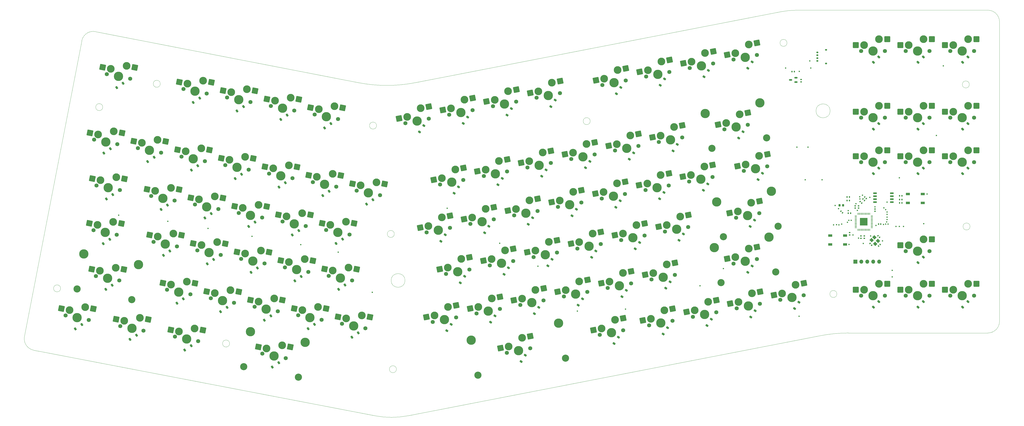
<source format=gbr>
%TF.GenerationSoftware,KiCad,Pcbnew,8.0.4*%
%TF.CreationDate,2024-08-17T15:03:33+09:00*%
%TF.ProjectId,ttaelgam,74746165-6c67-4616-9d2e-6b696361645f,rev?*%
%TF.SameCoordinates,Original*%
%TF.FileFunction,Soldermask,Bot*%
%TF.FilePolarity,Negative*%
%FSLAX46Y46*%
G04 Gerber Fmt 4.6, Leading zero omitted, Abs format (unit mm)*
G04 Created by KiCad (PCBNEW 8.0.4) date 2024-08-17 15:03:33*
%MOMM*%
%LPD*%
G01*
G04 APERTURE LIST*
G04 Aperture macros list*
%AMRoundRect*
0 Rectangle with rounded corners*
0 $1 Rounding radius*
0 $2 $3 $4 $5 $6 $7 $8 $9 X,Y pos of 4 corners*
0 Add a 4 corners polygon primitive as box body*
4,1,4,$2,$3,$4,$5,$6,$7,$8,$9,$2,$3,0*
0 Add four circle primitives for the rounded corners*
1,1,$1+$1,$2,$3*
1,1,$1+$1,$4,$5*
1,1,$1+$1,$6,$7*
1,1,$1+$1,$8,$9*
0 Add four rect primitives between the rounded corners*
20,1,$1+$1,$2,$3,$4,$5,0*
20,1,$1+$1,$4,$5,$6,$7,0*
20,1,$1+$1,$6,$7,$8,$9,0*
20,1,$1+$1,$8,$9,$2,$3,0*%
%AMRotRect*
0 Rectangle, with rotation*
0 The origin of the aperture is its center*
0 $1 length*
0 $2 width*
0 $3 Rotation angle, in degrees counterclockwise*
0 Add horizontal line*
21,1,$1,$2,0,0,$3*%
G04 Aperture macros list end*
%ADD10C,3.048000*%
%ADD11C,3.987800*%
%ADD12C,1.750000*%
%ADD13C,3.300000*%
%ADD14RoundRect,0.250000X1.196977X0.786048X-0.815359X1.177206X-1.196977X-0.786048X0.815359X-1.177206X0*%
%ADD15RoundRect,0.225000X0.106066X-0.424264X0.424264X-0.106066X-0.106066X0.424264X-0.424264X0.106066X0*%
%ADD16RoundRect,0.225000X0.185071X-0.396231X0.436707X-0.023164X-0.185071X0.396231X-0.436707X0.023164X0*%
%ADD17RoundRect,0.225000X0.023164X-0.436707X0.396231X-0.185071X-0.023164X0.436707X-0.396231X0.185071X0*%
%ADD18RoundRect,0.140000X0.170000X-0.140000X0.170000X0.140000X-0.170000X0.140000X-0.170000X-0.140000X0*%
%ADD19RoundRect,0.250000X0.815359X1.177206X-1.196977X0.786048X-0.815359X-1.177206X1.196977X-0.786048X0*%
%ADD20RoundRect,0.140000X0.219203X0.021213X0.021213X0.219203X-0.219203X-0.021213X-0.021213X-0.219203X0*%
%ADD21RoundRect,0.135000X-0.135000X-0.185000X0.135000X-0.185000X0.135000X0.185000X-0.135000X0.185000X0*%
%ADD22RoundRect,0.150000X0.650000X0.150000X-0.650000X0.150000X-0.650000X-0.150000X0.650000X-0.150000X0*%
%ADD23RoundRect,0.140000X0.140000X0.170000X-0.140000X0.170000X-0.140000X-0.170000X0.140000X-0.170000X0*%
%ADD24RoundRect,0.135000X0.135000X0.185000X-0.135000X0.185000X-0.135000X-0.185000X0.135000X-0.185000X0*%
%ADD25RoundRect,0.250000X1.025000X1.000000X-1.025000X1.000000X-1.025000X-1.000000X1.025000X-1.000000X0*%
%ADD26RoundRect,0.140000X-0.170000X0.140000X-0.170000X-0.140000X0.170000X-0.140000X0.170000X0.140000X0*%
%ADD27RoundRect,0.135000X-0.185000X0.135000X-0.185000X-0.135000X0.185000X-0.135000X0.185000X0.135000X0*%
%ADD28RoundRect,0.140000X-0.140000X-0.170000X0.140000X-0.170000X0.140000X0.170000X-0.140000X0.170000X0*%
%ADD29R,1.700000X1.700000*%
%ADD30O,1.700000X1.700000*%
%ADD31RoundRect,0.140000X-0.021213X0.219203X-0.219203X0.021213X0.021213X-0.219203X0.219203X-0.021213X0*%
%ADD32R,1.700000X1.000000*%
%ADD33RotRect,1.400000X1.200000X135.000000*%
%ADD34RoundRect,0.150000X-0.275000X0.150000X-0.275000X-0.150000X0.275000X-0.150000X0.275000X0.150000X0*%
%ADD35RoundRect,0.175000X-0.225000X0.175000X-0.225000X-0.175000X0.225000X-0.175000X0.225000X0.175000X0*%
%ADD36RoundRect,0.050000X0.387500X0.050000X-0.387500X0.050000X-0.387500X-0.050000X0.387500X-0.050000X0*%
%ADD37RoundRect,0.050000X0.050000X0.387500X-0.050000X0.387500X-0.050000X-0.387500X0.050000X-0.387500X0*%
%ADD38R,3.200000X3.200000*%
%ADD39RoundRect,0.225000X0.225000X0.250000X-0.225000X0.250000X-0.225000X-0.250000X0.225000X-0.250000X0*%
%ADD40RoundRect,0.135000X0.226274X0.035355X0.035355X0.226274X-0.226274X-0.035355X-0.035355X-0.226274X0*%
%ADD41RoundRect,0.150000X0.512500X0.150000X-0.512500X0.150000X-0.512500X-0.150000X0.512500X-0.150000X0*%
%ADD42C,0.600000*%
%TA.AperFunction,Profile*%
%ADD43C,0.050000*%
%TD*%
G04 APERTURE END LIST*
D10*
%TO.C,S63*%
X423623821Y-226170754D03*
D11*
X420715892Y-211210756D03*
D10*
X400248824Y-230714392D03*
D11*
X397340895Y-215754395D03*
%TD*%
D10*
%TO.C,S82*%
X332718655Y-282654035D03*
D11*
X329810726Y-267694036D03*
D10*
X295318659Y-289923857D03*
D11*
X292410730Y-274963859D03*
%TD*%
D10*
%TO.C,S30*%
X418691498Y-188316394D03*
D11*
X415783569Y-173356396D03*
D10*
X395316501Y-192860032D03*
D11*
X392408572Y-177900035D03*
%TD*%
D10*
%TO.C,S81*%
X218591636Y-290832583D03*
D11*
X221499565Y-275872586D03*
D10*
X195216639Y-286288945D03*
D11*
X198124568Y-271328947D03*
%TD*%
D10*
%TO.C,S76*%
X422583732Y-245779479D03*
D11*
X419675803Y-230819481D03*
D10*
X399208735Y-250323117D03*
D11*
X396300806Y-235363120D03*
%TD*%
D10*
%TO.C,S64*%
X147426556Y-257592940D03*
D11*
X150334485Y-242632943D03*
D10*
X124051559Y-253049302D03*
D11*
X126959488Y-238089304D03*
%TD*%
D12*
%TO.C,MX52*%
X166730933Y-234823044D03*
D11*
X161744267Y-233853734D03*
D12*
X156757601Y-232884424D03*
D13*
X158488922Y-230633419D03*
D14*
X155004146Y-229956047D03*
X168691686Y-230029095D03*
D13*
X165206910Y-229351723D03*
%TD*%
D15*
%TO.C,D88*%
X464319491Y-260791339D03*
X466652943Y-258457887D03*
%TD*%
D16*
%TO.C,D7*%
X289090418Y-182208004D03*
X290935754Y-179472180D03*
%TD*%
D12*
%TO.C,MX2*%
X179453123Y-169373051D03*
D11*
X174466457Y-168403741D03*
D12*
X169479791Y-167434431D03*
D13*
X171211112Y-165183426D03*
D14*
X167726336Y-164506054D03*
X181413876Y-164579102D03*
D13*
X177929100Y-163901730D03*
%TD*%
D12*
%TO.C,MX55*%
X222830927Y-245727778D03*
D11*
X217844261Y-244758468D03*
D12*
X212857595Y-243789158D03*
D13*
X214588916Y-241538153D03*
D14*
X211104140Y-240860781D03*
X224791680Y-240933829D03*
D13*
X221306904Y-240256457D03*
%TD*%
D15*
%TO.C,D33*%
X502419491Y-184591339D03*
X504752943Y-182257887D03*
%TD*%
D17*
%TO.C,D5*%
X229792983Y-184083405D03*
X232528807Y-182238069D03*
%TD*%
D12*
%TO.C,MX18*%
X159975758Y-194696864D03*
D11*
X154989092Y-193727554D03*
D12*
X150002426Y-192758244D03*
D13*
X151733747Y-190507239D03*
D14*
X148248971Y-189829867D03*
X161936511Y-189902915D03*
D13*
X158451735Y-189225543D03*
%TD*%
D18*
%TO.C,C3*%
X458009740Y-218445260D03*
X458009740Y-217485260D03*
%TD*%
D12*
%TO.C,MX24*%
X289107879Y-206389162D03*
D11*
X284121213Y-207358472D03*
D12*
X279134547Y-208327782D03*
D13*
X279896559Y-205592121D03*
D19*
X276411782Y-206269493D03*
X289130013Y-201209779D03*
D13*
X285645236Y-201887151D03*
%TD*%
D20*
%TO.C,C6*%
X466927686Y-230937945D03*
X466248864Y-230259123D03*
%TD*%
D12*
%TO.C,MX69*%
X247246012Y-269880143D03*
D11*
X242259346Y-268910833D03*
D12*
X237272680Y-267941523D03*
D13*
X239004001Y-265690518D03*
D14*
X235519225Y-265013146D03*
X249206765Y-265086194D03*
D13*
X245721989Y-264408822D03*
%TD*%
D12*
%TO.C,MX66*%
X191146019Y-258975408D03*
D11*
X186159353Y-258006098D03*
D12*
X181172687Y-257036788D03*
D13*
X182904008Y-254785783D03*
D14*
X179419232Y-254108411D03*
X193106772Y-254181459D03*
D13*
X189621996Y-253504087D03*
%TD*%
D17*
%TO.C,D55*%
X217070793Y-249533398D03*
X219806617Y-247688062D03*
%TD*%
D16*
%TO.C,D83*%
X353494926Y-276425078D03*
X355340262Y-273689254D03*
%TD*%
D20*
%TO.C,C11*%
X459349151Y-216329671D03*
X458670329Y-215650849D03*
%TD*%
D16*
%TO.C,D43*%
X335577693Y-221688176D03*
X337423029Y-218952352D03*
%TD*%
%TO.C,D70*%
X282072522Y-270901634D03*
X283917858Y-268165810D03*
%TD*%
D21*
%TO.C,R5*%
X475519221Y-214759737D03*
X476539219Y-214759737D03*
%TD*%
D16*
%TO.C,D42*%
X316877695Y-225323087D03*
X318723031Y-222587263D03*
%TD*%
D12*
%TO.C,MX84*%
X378447515Y-266649508D03*
D11*
X373460849Y-267618818D03*
D12*
X368474183Y-268588128D03*
D13*
X369236195Y-265852467D03*
D19*
X365751418Y-266529839D03*
X378469649Y-261470125D03*
D13*
X374984872Y-262147497D03*
%TD*%
D12*
%TO.C,MX58*%
X310402700Y-241062974D03*
D11*
X305416034Y-242032284D03*
D12*
X300429368Y-243001594D03*
D13*
X301191380Y-240265933D03*
D19*
X297706603Y-240943305D03*
X310424834Y-235883591D03*
D13*
X306940057Y-236560963D03*
%TD*%
D16*
%TO.C,D60*%
X343887603Y-239479446D03*
X345732939Y-236743622D03*
%TD*%
D12*
%TO.C,MX64*%
X142058524Y-249433766D03*
D11*
X137071858Y-248464456D03*
D12*
X132085192Y-247495146D03*
D13*
X133816513Y-245244141D03*
D14*
X130331737Y-244566769D03*
X144019277Y-244639817D03*
D13*
X140534501Y-243962445D03*
%TD*%
D12*
%TO.C,MX78*%
X129073614Y-266316308D03*
D11*
X124086948Y-265346998D03*
D12*
X119100282Y-264377688D03*
D13*
X120831603Y-262126683D03*
D14*
X117346827Y-261449311D03*
X131034367Y-261522359D03*
D13*
X127549591Y-260844987D03*
%TD*%
D12*
%TO.C,MX73*%
X342087608Y-254310605D03*
D11*
X337100942Y-255279915D03*
D12*
X332114276Y-256249225D03*
D13*
X332876288Y-253513564D03*
D19*
X329391511Y-254190936D03*
X342109742Y-249131222D03*
D13*
X338624965Y-249808594D03*
%TD*%
D22*
%TO.C,U4*%
X472234740Y-212085260D03*
X472234740Y-213355260D03*
X472234740Y-214625260D03*
X472234740Y-215895260D03*
X465034740Y-215895260D03*
X465034740Y-214625260D03*
X465034740Y-213355260D03*
X465034740Y-212085260D03*
%TD*%
D16*
%TO.C,D26*%
X322592782Y-204805634D03*
X324438118Y-202069810D03*
%TD*%
D12*
%TO.C,MX61*%
X366502693Y-230158240D03*
D11*
X361516027Y-231127550D03*
D12*
X356529361Y-232096860D03*
D13*
X357291373Y-229361199D03*
D19*
X353806596Y-230038571D03*
X366524827Y-224978857D03*
D13*
X363040050Y-225656229D03*
%TD*%
D16*
%TO.C,D11*%
X373240409Y-165850903D03*
X375085745Y-163115079D03*
%TD*%
D23*
%TO.C,C9*%
X454564740Y-220615260D03*
X453604740Y-220615260D03*
%TD*%
D12*
%TO.C,MX63*%
X415590188Y-220616598D03*
D11*
X410603522Y-221585908D03*
D12*
X405616856Y-222555218D03*
D13*
X406378868Y-219819557D03*
D19*
X402894091Y-220496929D03*
X415612322Y-215437215D03*
D13*
X412127545Y-216114587D03*
%TD*%
D24*
%TO.C,R7*%
X454094739Y-213640260D03*
X453074741Y-213640260D03*
%TD*%
D16*
%TO.C,D40*%
X279477699Y-232592910D03*
X281323035Y-229857086D03*
%TD*%
D20*
%TO.C,C13*%
X451149151Y-220435722D03*
X450470329Y-219756900D03*
%TD*%
D12*
%TO.C,MX89*%
X488297648Y-255956553D03*
D11*
X483217648Y-255956553D03*
D12*
X478137648Y-255956553D03*
D13*
X479407648Y-253416553D03*
D25*
X475857648Y-253416553D03*
X489307648Y-250876553D03*
D13*
X485757648Y-250876553D03*
%TD*%
D12*
%TO.C,MX22*%
X234775749Y-209236510D03*
D11*
X229789083Y-208267200D03*
D12*
X224802417Y-207297890D03*
D13*
X226533738Y-205046885D03*
D14*
X223048962Y-204369513D03*
X236736502Y-204442561D03*
D13*
X233251726Y-203765189D03*
%TD*%
D12*
%TO.C,MX44*%
X358192782Y-212366970D03*
D11*
X353206116Y-213336280D03*
D12*
X348219450Y-214305590D03*
D13*
X348981462Y-211569929D03*
D19*
X345496685Y-212247301D03*
X358214916Y-207187587D03*
D13*
X354730139Y-207864959D03*
%TD*%
D12*
%TO.C,MX67*%
X209846016Y-262610320D03*
D11*
X204859350Y-261641010D03*
D12*
X199872684Y-260671700D03*
D13*
X201604005Y-258420695D03*
D14*
X198119229Y-257743323D03*
X211806769Y-257816371D03*
D13*
X208321993Y-257138999D03*
%TD*%
D16*
%TO.C,D44*%
X354277690Y-218053265D03*
X356123026Y-215317441D03*
%TD*%
D26*
%TO.C,C16*%
X458984740Y-230385260D03*
X458984740Y-231345260D03*
%TD*%
D17*
%TO.C,D66*%
X185385885Y-262781029D03*
X188121709Y-260935693D03*
%TD*%
%TO.C,D78*%
X123313480Y-270121929D03*
X126049304Y-268276593D03*
%TD*%
D15*
%TO.C,D32*%
X483369491Y-184591339D03*
X485702943Y-182257887D03*
%TD*%
D12*
%TO.C,MX74*%
X360787606Y-250675694D03*
D11*
X355800940Y-251645004D03*
D12*
X350814274Y-252614314D03*
D13*
X351576286Y-249878653D03*
D19*
X348091509Y-250556025D03*
X360809740Y-245496311D03*
D13*
X357324963Y-246173683D03*
%TD*%
D16*
%TO.C,D72*%
X319472518Y-263631811D03*
X321317854Y-260895987D03*
%TD*%
%TO.C,D61*%
X362587601Y-235844535D03*
X364432937Y-233108711D03*
%TD*%
%TO.C,D57*%
X287787610Y-250384180D03*
X289632946Y-247648356D03*
%TD*%
D24*
%TO.C,R3*%
X476539219Y-213159737D03*
X475519221Y-213159737D03*
%TD*%
D17*
%TO.C,D23*%
X247715613Y-216677041D03*
X250451437Y-214831705D03*
%TD*%
%TO.C,D54*%
X198370795Y-245898487D03*
X201106619Y-244053151D03*
%TD*%
D12*
%TO.C,MX36*%
X184390843Y-218849229D03*
D11*
X179404177Y-217879919D03*
D12*
X174417511Y-216910609D03*
D13*
X176148832Y-214659604D03*
D14*
X172664056Y-213982232D03*
X186351596Y-214055280D03*
D13*
X182866820Y-213377908D03*
%TD*%
D12*
%TO.C,MX39*%
X240490836Y-229753963D03*
D11*
X235504170Y-228784653D03*
D12*
X230517504Y-227815343D03*
D13*
X232248825Y-225564338D03*
D14*
X228764049Y-224886966D03*
X242451589Y-224960014D03*
D13*
X238966813Y-224282642D03*
%TD*%
D12*
%TO.C,MX88*%
X469247648Y-255956553D03*
D11*
X464167648Y-255956553D03*
D12*
X459087648Y-255956553D03*
D13*
X460357648Y-253416553D03*
D25*
X456807648Y-253416553D03*
X470257648Y-250876553D03*
D13*
X466707648Y-250876553D03*
%TD*%
D16*
%TO.C,D76*%
X410635007Y-245911618D03*
X412480343Y-243175794D03*
%TD*%
D17*
%TO.C,D36*%
X178630709Y-222654850D03*
X181366533Y-220809514D03*
%TD*%
D12*
%TO.C,MX19*%
X178675755Y-198331776D03*
D11*
X173689089Y-197362466D03*
D12*
X168702423Y-196393156D03*
D13*
X170433744Y-194142151D03*
D14*
X166948968Y-193464779D03*
X180636508Y-193537827D03*
D13*
X177151732Y-192860455D03*
%TD*%
D15*
%TO.C,D31*%
X464319491Y-184591339D03*
X466652943Y-182257887D03*
%TD*%
D17*
%TO.C,D17*%
X135515626Y-194867573D03*
X138251450Y-193022237D03*
%TD*%
D16*
%TO.C,D12*%
X391940407Y-162215992D03*
X393785743Y-159480168D03*
%TD*%
D12*
%TO.C,MX3*%
X198153121Y-173007963D03*
D11*
X193166455Y-172038653D03*
D12*
X188179789Y-171069343D03*
D13*
X189911110Y-168818338D03*
D14*
X186426334Y-168140966D03*
X200113874Y-168214014D03*
D13*
X196629098Y-167536642D03*
%TD*%
D12*
%TO.C,MX71*%
X304687612Y-261580428D03*
D11*
X299700946Y-262549738D03*
D12*
X294714280Y-263519048D03*
D13*
X295476292Y-260783387D03*
D19*
X291991515Y-261460759D03*
X304709746Y-256401045D03*
D13*
X301224969Y-257078417D03*
%TD*%
D27*
%TO.C,R4*%
X454159740Y-228930261D03*
X454159740Y-229950259D03*
%TD*%
D12*
%TO.C,MX27*%
X345207872Y-195484428D03*
D11*
X340221206Y-196453738D03*
D12*
X335234540Y-197423048D03*
D13*
X335996552Y-194687387D03*
D19*
X332511775Y-195364759D03*
X345230006Y-190305045D03*
D13*
X341745229Y-190982417D03*
%TD*%
D12*
%TO.C,MX5*%
X235553116Y-180277785D03*
D11*
X230566450Y-179308475D03*
D12*
X225579784Y-178339165D03*
D13*
X227311105Y-176088160D03*
D14*
X223826329Y-175410788D03*
X237513869Y-175483836D03*
D13*
X234029093Y-174806464D03*
%TD*%
D12*
%TO.C,MX76*%
X414550099Y-240225323D03*
D11*
X409563433Y-241194633D03*
D12*
X404576767Y-242163943D03*
D13*
X405338779Y-239428282D03*
D19*
X401854002Y-240105654D03*
X414572233Y-235045940D03*
D13*
X411087456Y-235723312D03*
%TD*%
D12*
%TO.C,MX9*%
X330405506Y-169251887D03*
D11*
X325418840Y-170221197D03*
D12*
X320432174Y-171190507D03*
D13*
X321194186Y-168454846D03*
D19*
X317709409Y-169132218D03*
X330427640Y-164072504D03*
D13*
X326942863Y-164749876D03*
%TD*%
D12*
%TO.C,MX13*%
X414555496Y-152894786D03*
D11*
X409568830Y-153864096D03*
D12*
X404582164Y-154833406D03*
D13*
X405344176Y-152097745D03*
D19*
X401859399Y-152775117D03*
X414577630Y-147715403D03*
D13*
X411092853Y-148392775D03*
%TD*%
D16*
%TO.C,D74*%
X356872514Y-256361988D03*
X358717850Y-253626164D03*
%TD*%
D12*
%TO.C,MX21*%
X216075751Y-205601598D03*
D11*
X211089085Y-204632288D03*
D12*
X206102419Y-203662978D03*
D13*
X207833740Y-201411973D03*
D14*
X204348964Y-200734601D03*
X218036504Y-200807649D03*
D13*
X214551728Y-200130277D03*
%TD*%
D12*
%TO.C,MX33*%
X507347648Y-179756553D03*
D11*
X502267648Y-179756553D03*
D12*
X497187648Y-179756553D03*
D13*
X498457648Y-177216553D03*
D25*
X494907648Y-177216553D03*
X508357648Y-174676553D03*
D13*
X504807648Y-174676553D03*
%TD*%
D18*
%TO.C,C2*%
X433409740Y-164376311D03*
X433409740Y-163416311D03*
%TD*%
D16*
%TO.C,D59*%
X325187606Y-243114357D03*
X327032942Y-240378533D03*
%TD*%
D12*
%TO.C,MX26*%
X326507874Y-199119339D03*
D11*
X321521208Y-200088649D03*
D12*
X316534542Y-201057959D03*
D13*
X317296554Y-198322298D03*
D19*
X313811777Y-198999670D03*
X326530008Y-193939956D03*
D13*
X323045231Y-194617328D03*
%TD*%
D12*
%TO.C,MX12*%
X395855499Y-156529697D03*
D11*
X390868833Y-157499007D03*
D12*
X385882167Y-158468317D03*
D13*
X386644179Y-155732656D03*
D19*
X383159402Y-156410028D03*
X395877633Y-151350314D03*
D13*
X392392856Y-152027686D03*
%TD*%
D17*
%TO.C,D38*%
X216030705Y-229924672D03*
X218766529Y-228079336D03*
%TD*%
D12*
%TO.C,MX16*%
X507347648Y-151181553D03*
D11*
X502267648Y-151181553D03*
D12*
X497187648Y-151181553D03*
D13*
X498457648Y-148641553D03*
D25*
X494907648Y-148641553D03*
X508357648Y-146101553D03*
D13*
X504807648Y-146101553D03*
%TD*%
D12*
%TO.C,MX34*%
X142315848Y-210670679D03*
D11*
X137329182Y-209701369D03*
D12*
X132342516Y-208732059D03*
D13*
X134073837Y-206481054D03*
D14*
X130589061Y-205803682D03*
X144276601Y-205876730D03*
D13*
X140791825Y-205199358D03*
%TD*%
D17*
%TO.C,D53*%
X179670797Y-242263575D03*
X182406621Y-240418239D03*
%TD*%
%TO.C,D56*%
X235770791Y-253168309D03*
X238506615Y-251322973D03*
%TD*%
D21*
%TO.C,R8*%
X453074741Y-215227760D03*
X454094739Y-215227760D03*
%TD*%
D12*
%TO.C,MX40*%
X283392791Y-226906616D03*
D11*
X278406125Y-227875926D03*
D12*
X273419459Y-228845236D03*
D13*
X274181471Y-226109575D03*
D19*
X270696694Y-226786947D03*
X283414925Y-221727233D03*
D13*
X279930148Y-222404605D03*
%TD*%
D12*
%TO.C,MX82*%
X317672522Y-278462970D03*
D11*
X312685856Y-279432280D03*
D12*
X307699190Y-280401590D03*
D13*
X308461202Y-277665929D03*
D19*
X304976425Y-278343301D03*
X317694656Y-273283587D03*
D13*
X314209879Y-273960959D03*
%TD*%
D17*
%TO.C,D2*%
X173692989Y-173178671D03*
X176428813Y-171333335D03*
%TD*%
%TO.C,D22*%
X229015615Y-213042130D03*
X231751439Y-211196794D03*
%TD*%
D16*
%TO.C,D29*%
X378692776Y-193900900D03*
X380538112Y-191165076D03*
%TD*%
D12*
%TO.C,MX43*%
X339492785Y-216001881D03*
D11*
X334506119Y-216971191D03*
D12*
X329519453Y-217940501D03*
D13*
X330281465Y-215204840D03*
D19*
X326796688Y-215882212D03*
X339514919Y-210822498D03*
D13*
X336030142Y-211499870D03*
%TD*%
D17*
%TO.C,D67*%
X204085883Y-266415940D03*
X206821707Y-264570604D03*
%TD*%
D12*
%TO.C,MX30*%
X410657865Y-182762238D03*
D11*
X405671199Y-183731548D03*
D12*
X400684533Y-184700858D03*
D13*
X401446545Y-181965197D03*
D19*
X397961768Y-182642569D03*
X410679999Y-177582855D03*
D13*
X407195222Y-178260227D03*
%TD*%
D18*
%TO.C,C14*%
X456509740Y-218445260D03*
X456509740Y-217485260D03*
%TD*%
D16*
%TO.C,D47*%
X415052683Y-206239803D03*
X416898019Y-203503979D03*
%TD*%
D12*
%TO.C,MX7*%
X293005510Y-176521710D03*
D11*
X288018844Y-177491020D03*
D12*
X283032178Y-178460330D03*
D13*
X283794190Y-175724669D03*
D19*
X280309413Y-176402041D03*
X293027644Y-171342327D03*
D13*
X289542867Y-172019699D03*
%TD*%
D15*
%TO.C,D50*%
X502419491Y-203641339D03*
X504752943Y-201307887D03*
%TD*%
D16*
%TO.C,D45*%
X372977688Y-214418353D03*
X374823024Y-211682529D03*
%TD*%
D12*
%TO.C,MX68*%
X228546014Y-266245231D03*
D11*
X223559348Y-265275921D03*
D12*
X218572682Y-264306611D03*
D13*
X220304003Y-262055606D03*
D14*
X216819227Y-261378234D03*
X230506767Y-261451282D03*
D13*
X227021991Y-260773910D03*
%TD*%
D12*
%TO.C,MX17*%
X141275760Y-191061953D03*
D11*
X136289094Y-190092643D03*
D12*
X131302428Y-189123333D03*
D13*
X133033749Y-186872328D03*
D14*
X129548973Y-186194956D03*
X143236513Y-186268004D03*
D13*
X139751737Y-185590632D03*
%TD*%
D16*
%TO.C,D46*%
X391677686Y-210783442D03*
X393523022Y-208047618D03*
%TD*%
D17*
%TO.C,D51*%
X135258302Y-233630661D03*
X137994126Y-231785325D03*
%TD*%
%TO.C,D52*%
X160970799Y-238628664D03*
X163706623Y-236783328D03*
%TD*%
%TO.C,D65*%
X166685887Y-259146117D03*
X169421711Y-257300781D03*
%TD*%
D12*
%TO.C,MX35*%
X165690845Y-215214318D03*
D11*
X160704179Y-214245008D03*
D12*
X155717513Y-213275698D03*
D13*
X157448834Y-211024693D03*
D14*
X153964058Y-210347321D03*
X167651598Y-210420369D03*
D13*
X164166822Y-209742997D03*
%TD*%
D12*
%TO.C,MX4*%
X216853119Y-176642874D03*
D11*
X211866453Y-175673564D03*
D12*
X206879787Y-174704254D03*
D13*
X208611108Y-172453249D03*
D14*
X205126332Y-171775877D03*
X218813872Y-171848925D03*
D13*
X215329096Y-171171553D03*
%TD*%
D12*
%TO.C,MX8*%
X311705508Y-172886798D03*
D11*
X306718842Y-173856108D03*
D12*
X301732176Y-174825418D03*
D13*
X302494188Y-172089757D03*
D19*
X299009411Y-172767129D03*
X311727642Y-167707415D03*
D13*
X308242865Y-168384787D03*
%TD*%
D17*
%TO.C,D19*%
X172915622Y-202137396D03*
X175651446Y-200292060D03*
%TD*%
D16*
%TO.C,D84*%
X374532423Y-272335803D03*
X376377759Y-269599979D03*
%TD*%
D12*
%TO.C,MX1*%
X146728127Y-163011956D03*
D11*
X141741461Y-162042646D03*
D12*
X136754795Y-161073336D03*
D13*
X138486116Y-158822331D03*
D14*
X135001340Y-158144959D03*
X148688880Y-158218007D03*
D13*
X145204104Y-157540635D03*
%TD*%
D28*
%TO.C,C1*%
X429568107Y-159980390D03*
X430528107Y-159980390D03*
%TD*%
D12*
%TO.C,MX49*%
X488297648Y-198806553D03*
D11*
X483217648Y-198806553D03*
D12*
X478137648Y-198806553D03*
D13*
X479407648Y-196266553D03*
D25*
X475857648Y-196266553D03*
X489307648Y-193726553D03*
D13*
X485757648Y-193726553D03*
%TD*%
D29*
%TO.C,J3*%
X456634740Y-241390260D03*
D30*
X459174740Y-241390260D03*
X461714739Y-241390260D03*
X464254740Y-241390260D03*
X466794740Y-241390260D03*
%TD*%
D12*
%TO.C,MX83*%
X357410018Y-270738783D03*
D11*
X352423352Y-271708093D03*
D12*
X347436686Y-272677403D03*
D13*
X348198698Y-269941742D03*
D19*
X344713921Y-270619114D03*
X357432152Y-265559400D03*
D13*
X353947375Y-266236772D03*
%TD*%
D12*
%TO.C,MX48*%
X469247648Y-198806553D03*
D11*
X464167648Y-198806553D03*
D12*
X459087648Y-198806553D03*
D13*
X460357648Y-196266553D03*
D25*
X456807648Y-196266553D03*
X470257648Y-193726553D03*
D13*
X466707648Y-193726553D03*
%TD*%
D28*
%TO.C,C12*%
X466529740Y-225290260D03*
X467489740Y-225290260D03*
%TD*%
D12*
%TO.C,MX62*%
X385202691Y-226523329D03*
D11*
X380216025Y-227492639D03*
D12*
X375229359Y-228461949D03*
D13*
X375991371Y-225726288D03*
D19*
X372506594Y-226403660D03*
X385224825Y-221343946D03*
D13*
X381740048Y-222021318D03*
%TD*%
D17*
%TO.C,D35*%
X159930711Y-219019938D03*
X162666535Y-217174602D03*
%TD*%
D12*
%TO.C,MX75*%
X379487603Y-247040782D03*
D11*
X374500937Y-248010092D03*
D12*
X369514271Y-248979402D03*
D13*
X370276283Y-246243741D03*
D19*
X366791506Y-246921113D03*
X379509737Y-241861399D03*
D13*
X376024960Y-242538771D03*
%TD*%
D12*
%TO.C,MX25*%
X307807876Y-202754251D03*
D11*
X302821210Y-203723561D03*
D12*
X297834544Y-204692871D03*
D13*
X298596556Y-201957210D03*
D19*
X295111779Y-202634582D03*
X307830010Y-197574868D03*
D13*
X304345233Y-198252240D03*
%TD*%
D31*
%TO.C,C7*%
X467188427Y-233998104D03*
X466509605Y-234676926D03*
%TD*%
D20*
%TO.C,C4*%
X460499151Y-215179671D03*
X459820329Y-214500849D03*
%TD*%
D17*
%TO.C,D80*%
X170063475Y-279209207D03*
X172799299Y-277363871D03*
%TD*%
D16*
%TO.C,D30*%
X406742773Y-188448533D03*
X408588109Y-185712709D03*
%TD*%
%TO.C,D87*%
X430632417Y-261431068D03*
X432477753Y-258695244D03*
%TD*%
D15*
%TO.C,D15*%
X483369491Y-156016339D03*
X485702943Y-153682887D03*
%TD*%
D12*
%TO.C,MX32*%
X488297648Y-179756553D03*
D11*
X483217648Y-179756553D03*
D12*
X478137648Y-179756553D03*
D13*
X479407648Y-177216553D03*
D25*
X475857648Y-177216553D03*
X489307648Y-174676553D03*
D13*
X485757648Y-174676553D03*
%TD*%
D12*
%TO.C,MX15*%
X488297648Y-151181553D03*
D11*
X483217648Y-151181553D03*
D12*
X478137648Y-151181553D03*
D13*
X479407648Y-148641553D03*
D25*
X475857648Y-148641553D03*
X489307648Y-146101553D03*
D13*
X485757648Y-146101553D03*
%TD*%
D16*
%TO.C,D10*%
X354540411Y-169485814D03*
X356385747Y-166749990D03*
%TD*%
%TO.C,D8*%
X307790416Y-178573093D03*
X309635752Y-175837269D03*
%TD*%
D12*
%TO.C,MX41*%
X302092789Y-223271704D03*
D11*
X297106123Y-224241014D03*
D12*
X292119457Y-225210324D03*
D13*
X292881469Y-222474663D03*
D19*
X289396692Y-223152035D03*
X302114923Y-218092321D03*
D13*
X298630146Y-218769693D03*
%TD*%
D12*
%TO.C,MX86*%
X415847511Y-259379685D03*
D11*
X410860845Y-260348995D03*
D12*
X405874179Y-261318305D03*
D13*
X406636191Y-258582644D03*
D19*
X403151414Y-259260016D03*
X415869645Y-254200302D03*
D13*
X412384868Y-254877674D03*
%TD*%
D12*
%TO.C,MX60*%
X347802695Y-233793151D03*
D11*
X342816029Y-234762461D03*
D12*
X337829363Y-235731771D03*
D13*
X338591375Y-232996110D03*
D19*
X335106598Y-233673482D03*
X347824829Y-228613768D03*
D13*
X344340052Y-229291140D03*
%TD*%
D16*
%TO.C,D58*%
X306487608Y-246749269D03*
X308332944Y-244013445D03*
%TD*%
%TO.C,D27*%
X341292780Y-201170722D03*
X343138116Y-198434898D03*
%TD*%
D17*
%TO.C,D21*%
X210315617Y-209407219D03*
X213051441Y-207561883D03*
%TD*%
D16*
%TO.C,D85*%
X393232421Y-268700891D03*
X395077757Y-265965067D03*
%TD*%
D24*
%TO.C,R6*%
X476539219Y-216232882D03*
X475519221Y-216232882D03*
%TD*%
D16*
%TO.C,D75*%
X375572512Y-252727077D03*
X377417848Y-249991253D03*
%TD*%
D12*
%TO.C,MX10*%
X358455503Y-163799520D03*
D11*
X353468837Y-164768830D03*
D12*
X348482171Y-165738140D03*
D13*
X349244183Y-163002479D03*
D19*
X345759406Y-163679851D03*
X358477637Y-158620137D03*
D13*
X354992860Y-159297509D03*
%TD*%
D16*
%TO.C,D13*%
X410640404Y-158581080D03*
X412485740Y-155845256D03*
%TD*%
%TO.C,D73*%
X338172516Y-259996900D03*
X340017852Y-257261076D03*
%TD*%
%TO.C,D6*%
X270390421Y-185842915D03*
X272235757Y-183107091D03*
%TD*%
D12*
%TO.C,MX81*%
X213223604Y-282673409D03*
D11*
X208236938Y-281704099D03*
D12*
X203250272Y-280734789D03*
D13*
X204981593Y-278483784D03*
D14*
X201496817Y-277806412D03*
X215184357Y-277879460D03*
D13*
X211699581Y-277202088D03*
%TD*%
D18*
%TO.C,C10*%
X465009740Y-219776311D03*
X465009740Y-218816311D03*
%TD*%
D15*
%TO.C,D77*%
X483369491Y-241741339D03*
X485702943Y-239407887D03*
%TD*%
D12*
%TO.C,MX65*%
X172446021Y-255340497D03*
D11*
X167459355Y-254371187D03*
D12*
X162472689Y-253401877D03*
D13*
X164204010Y-251150872D03*
D14*
X160719234Y-250473500D03*
X174406774Y-250546548D03*
D13*
X170921998Y-249869176D03*
%TD*%
D32*
%TO.C,BOOT1*%
X485369479Y-212386571D03*
X479069481Y-212386571D03*
X485369479Y-216186571D03*
X479069481Y-216186571D03*
%TD*%
D16*
%TO.C,D82*%
X313757430Y-284149264D03*
X315602766Y-281413440D03*
%TD*%
D12*
%TO.C,MX14*%
X469247648Y-151181553D03*
D11*
X464167648Y-151181553D03*
D12*
X459087648Y-151181553D03*
D13*
X460357648Y-148641553D03*
D25*
X456807648Y-148641553D03*
X470257648Y-146101553D03*
D13*
X466707648Y-146101553D03*
%TD*%
D16*
%TO.C,D86*%
X411932419Y-265065980D03*
X413777755Y-262330156D03*
%TD*%
D12*
%TO.C,MX38*%
X221790839Y-226119052D03*
D11*
X216804173Y-225149742D03*
D12*
X211817507Y-224180432D03*
D13*
X213548828Y-221929427D03*
D14*
X210064052Y-221252055D03*
X223751592Y-221325103D03*
D13*
X220266816Y-220647731D03*
%TD*%
D12*
%TO.C,MX46*%
X395592778Y-205097147D03*
D11*
X390606112Y-206066457D03*
D12*
X385619446Y-207035767D03*
D13*
X386381458Y-204300106D03*
D19*
X382896681Y-204977478D03*
X395614912Y-199917764D03*
D13*
X392130135Y-200595136D03*
%TD*%
D16*
%TO.C,D62*%
X381287599Y-232209623D03*
X383132935Y-229473799D03*
%TD*%
D12*
%TO.C,MX53*%
X185430931Y-238457955D03*
D11*
X180444265Y-237488645D03*
D12*
X175457599Y-236519335D03*
D13*
X177188920Y-234268330D03*
D14*
X173704144Y-233590958D03*
X187391684Y-233664006D03*
D13*
X183906908Y-232986634D03*
%TD*%
D12*
%TO.C,MX29*%
X382607868Y-188214605D03*
D11*
X377621202Y-189183915D03*
D12*
X372634536Y-190153225D03*
D13*
X373396548Y-187417564D03*
D19*
X369911771Y-188094936D03*
X382630002Y-183035222D03*
D13*
X379145225Y-183712594D03*
%TD*%
D15*
%TO.C,D16*%
X502419491Y-156016339D03*
X504752943Y-153682887D03*
%TD*%
D12*
%TO.C,MX23*%
X253475747Y-212871421D03*
D11*
X248489081Y-211902111D03*
D12*
X243502415Y-210932801D03*
D13*
X245233736Y-208681796D03*
D14*
X241748960Y-208004424D03*
X255436500Y-208077472D03*
D13*
X251951724Y-207400100D03*
%TD*%
D33*
%TO.C,Y1*%
X465111517Y-233694118D03*
X463555882Y-232138483D03*
X464757963Y-230936402D03*
X466313598Y-232492037D03*
%TD*%
D12*
%TO.C,MX31*%
X469247648Y-179756553D03*
D11*
X464167648Y-179756553D03*
D12*
X459087648Y-179756553D03*
D13*
X460357648Y-177216553D03*
D25*
X456807648Y-177216553D03*
X470257648Y-174676553D03*
D13*
X466707648Y-174676553D03*
%TD*%
D16*
%TO.C,D28*%
X359992778Y-197535811D03*
X361838114Y-194799987D03*
%TD*%
%TO.C,D24*%
X285192787Y-212075457D03*
X287038123Y-209339633D03*
%TD*%
D12*
%TO.C,MX37*%
X203090841Y-222484141D03*
D11*
X198104175Y-221514831D03*
D12*
X193117509Y-220545521D03*
D13*
X194848830Y-218294516D03*
D14*
X191364054Y-217617144D03*
X205051594Y-217690192D03*
D13*
X201566818Y-217012820D03*
%TD*%
D12*
%TO.C,MX42*%
X320792787Y-219636793D03*
D11*
X315806121Y-220606103D03*
D12*
X310819455Y-221575413D03*
D13*
X311581467Y-218839752D03*
D19*
X308096690Y-219517124D03*
X320814921Y-214457410D03*
D13*
X317330144Y-215134782D03*
%TD*%
D34*
%TO.C,J4*%
X440334740Y-151796311D03*
X440334740Y-152996311D03*
X440334740Y-154196311D03*
X440334740Y-155396311D03*
D35*
X444109740Y-150646311D03*
X444109740Y-156546311D03*
%TD*%
D12*
%TO.C,MX90*%
X507347648Y-255956553D03*
D11*
X502267648Y-255956553D03*
D12*
X497187648Y-255956553D03*
D13*
X498457648Y-253416553D03*
D25*
X494907648Y-253416553D03*
X508357648Y-250876553D03*
D13*
X504807648Y-250876553D03*
%TD*%
D20*
%TO.C,C5*%
X461299151Y-214379671D03*
X460620329Y-213700849D03*
%TD*%
D12*
%TO.C,MX45*%
X376892780Y-208732059D03*
D11*
X371906114Y-209701369D03*
D12*
X366919448Y-210670679D03*
D13*
X367681460Y-207935018D03*
D19*
X364196683Y-208612390D03*
X376914914Y-203552676D03*
D13*
X373430137Y-204230048D03*
%TD*%
D17*
%TO.C,D37*%
X197330707Y-226289761D03*
X200066531Y-224444425D03*
%TD*%
D16*
%TO.C,D63*%
X411675096Y-226302892D03*
X413520432Y-223567068D03*
%TD*%
D15*
%TO.C,D14*%
X464319491Y-156016339D03*
X466652943Y-153682887D03*
%TD*%
D17*
%TO.C,D1*%
X140967993Y-166817576D03*
X143703817Y-164972240D03*
%TD*%
D36*
%TO.C,U2*%
X463656980Y-221686571D03*
X463656980Y-222086571D03*
X463656980Y-222486571D03*
X463656980Y-222886571D03*
X463656980Y-223286571D03*
X463656980Y-223686571D03*
X463656980Y-224086571D03*
X463656980Y-224486571D03*
X463656980Y-224886571D03*
X463656980Y-225286571D03*
X463656980Y-225686571D03*
X463656980Y-226086571D03*
X463656980Y-226486571D03*
X463656980Y-226886571D03*
D37*
X462819480Y-227724071D03*
X462419480Y-227724071D03*
X462019480Y-227724071D03*
X461619480Y-227724071D03*
X461219480Y-227724071D03*
X460819480Y-227724071D03*
X460419480Y-227724071D03*
X460019480Y-227724071D03*
X459619480Y-227724071D03*
X459219480Y-227724071D03*
X458819480Y-227724071D03*
X458419480Y-227724071D03*
X458019480Y-227724071D03*
X457619480Y-227724071D03*
D36*
X456781980Y-226886571D03*
X456781980Y-226486571D03*
X456781980Y-226086571D03*
X456781980Y-225686571D03*
X456781980Y-225286571D03*
X456781980Y-224886571D03*
X456781980Y-224486571D03*
X456781980Y-224086571D03*
X456781980Y-223686571D03*
X456781980Y-223286571D03*
X456781980Y-222886571D03*
X456781980Y-222486571D03*
X456781980Y-222086571D03*
X456781980Y-221686571D03*
D37*
X457619480Y-220849071D03*
X458019480Y-220849071D03*
X458419480Y-220849071D03*
X458819480Y-220849071D03*
X459219480Y-220849071D03*
X459619480Y-220849071D03*
X460019480Y-220849071D03*
X460419480Y-220849071D03*
X460819480Y-220849071D03*
X461219480Y-220849071D03*
X461619480Y-220849071D03*
X462019480Y-220849071D03*
X462419480Y-220849071D03*
X462819480Y-220849071D03*
D38*
X460219480Y-224286571D03*
%TD*%
D12*
%TO.C,MX20*%
X197375753Y-201966687D03*
D11*
X192389087Y-200997377D03*
D12*
X187402421Y-200028067D03*
D13*
X189133742Y-197777062D03*
D14*
X185648966Y-197099690D03*
X199336506Y-197172738D03*
D13*
X195851730Y-196495366D03*
%TD*%
D15*
%TO.C,D49*%
X483369491Y-203641339D03*
X485702943Y-201307887D03*
%TD*%
D12*
%TO.C,MX85*%
X397147513Y-263014597D03*
D11*
X392160847Y-263983907D03*
D12*
X387174181Y-264953217D03*
D13*
X387936193Y-262217556D03*
D19*
X384451416Y-262894928D03*
X397169647Y-257835214D03*
D13*
X393684870Y-258512586D03*
%TD*%
D17*
%TO.C,D4*%
X211092985Y-180448494D03*
X213828809Y-178603158D03*
%TD*%
D16*
%TO.C,D41*%
X298177697Y-228957999D03*
X300023033Y-226222175D03*
%TD*%
D39*
%TO.C,C8*%
X451384740Y-217215260D03*
X449834740Y-217215260D03*
%TD*%
D17*
%TO.C,D69*%
X241485878Y-273685763D03*
X244221702Y-271840427D03*
%TD*%
D15*
%TO.C,D90*%
X502419491Y-260791339D03*
X504752943Y-258457887D03*
%TD*%
D17*
%TO.C,D3*%
X192392987Y-176813583D03*
X195128811Y-174968247D03*
%TD*%
D12*
%TO.C,MX50*%
X507347648Y-198806553D03*
D11*
X502267648Y-198806553D03*
D12*
X497187648Y-198806553D03*
D13*
X498457648Y-196266553D03*
D25*
X494907648Y-196266553D03*
X508357648Y-193726553D03*
D13*
X504807648Y-193726553D03*
%TD*%
D12*
%TO.C,MX54*%
X204130929Y-242092866D03*
D11*
X199144263Y-241123556D03*
D12*
X194157597Y-240154246D03*
D13*
X195888918Y-237903241D03*
D14*
X192404142Y-237225869D03*
X206091682Y-237298917D03*
D13*
X202606906Y-236621545D03*
%TD*%
D17*
%TO.C,D68*%
X222785881Y-270050851D03*
X225521705Y-268205515D03*
%TD*%
D12*
%TO.C,MX11*%
X377155501Y-160164608D03*
D11*
X372168835Y-161133918D03*
D12*
X367182169Y-162103228D03*
D13*
X367944181Y-159367567D03*
D19*
X364459404Y-160044939D03*
X377177635Y-154985225D03*
D13*
X373692858Y-155662597D03*
%TD*%
D12*
%TO.C,MX80*%
X175823609Y-275403587D03*
D11*
X170836943Y-274434277D03*
D12*
X165850277Y-273464967D03*
D13*
X167581598Y-271213962D03*
D14*
X164096822Y-270536590D03*
X177784362Y-270609638D03*
D13*
X174299586Y-269932266D03*
%TD*%
D12*
%TO.C,MX28*%
X363907870Y-191849517D03*
D11*
X358921204Y-192818827D03*
D12*
X353934538Y-193788137D03*
D13*
X354696550Y-191052476D03*
D19*
X351211773Y-191729848D03*
X363930004Y-186670134D03*
D13*
X360445227Y-187347506D03*
%TD*%
D32*
%TO.C,RST1*%
X445884741Y-233990260D03*
X452184739Y-233990260D03*
X445884741Y-230190260D03*
X452184739Y-230190260D03*
%TD*%
D12*
%TO.C,MX57*%
X291702702Y-244697886D03*
D11*
X286716036Y-245667196D03*
D12*
X281729370Y-246636506D03*
D13*
X282491382Y-243900845D03*
D19*
X279006605Y-244578217D03*
X291724836Y-239518503D03*
D13*
X288240059Y-240195875D03*
%TD*%
D17*
%TO.C,D64*%
X136298391Y-253239386D03*
X139034215Y-251394050D03*
%TD*%
D12*
%TO.C,MX59*%
X329102698Y-237428063D03*
D11*
X324116032Y-238397373D03*
D12*
X319129366Y-239366683D03*
D13*
X319891378Y-236631022D03*
D19*
X316406601Y-237308394D03*
X329124832Y-232248680D03*
D13*
X325640055Y-232926052D03*
%TD*%
D40*
%TO.C,R9*%
X463588429Y-234325000D03*
X462867181Y-233603752D03*
%TD*%
D15*
%TO.C,D48*%
X464319491Y-203641339D03*
X466652943Y-201307887D03*
%TD*%
D12*
%TO.C,MX47*%
X418967775Y-200553508D03*
D11*
X413981109Y-201522818D03*
D12*
X408994443Y-202492128D03*
D13*
X409756455Y-199756467D03*
D19*
X406271678Y-200433839D03*
X418989909Y-195374125D03*
D13*
X415505132Y-196051497D03*
%TD*%
D12*
%TO.C,MX6*%
X274305513Y-180156621D03*
D11*
X269318847Y-181125931D03*
D12*
X264332181Y-182095241D03*
D13*
X265094193Y-179359580D03*
D19*
X261609416Y-180036952D03*
X274327647Y-174977238D03*
D13*
X270842870Y-175654610D03*
%TD*%
D26*
%TO.C,C15*%
X460459740Y-230360260D03*
X460459740Y-231320260D03*
%TD*%
D12*
%TO.C,MX79*%
X152448611Y-270859948D03*
D11*
X147461945Y-269890638D03*
D12*
X142475279Y-268921328D03*
D13*
X144206600Y-266670323D03*
D14*
X140721824Y-265992951D03*
X154409364Y-266065999D03*
D13*
X150924588Y-265388627D03*
%TD*%
D16*
%TO.C,D25*%
X303892784Y-208440545D03*
X305738120Y-205704721D03*
%TD*%
D17*
%TO.C,D34*%
X136555714Y-214476299D03*
X139291538Y-212630963D03*
%TD*%
D15*
%TO.C,D89*%
X483369491Y-260791339D03*
X485702943Y-258457887D03*
%TD*%
D12*
%TO.C,MX56*%
X241530925Y-249362689D03*
D11*
X236544259Y-248393379D03*
D12*
X231557593Y-247424069D03*
D13*
X233288914Y-245173064D03*
D14*
X229804138Y-244495692D03*
X243491678Y-244568740D03*
D13*
X240006902Y-243891368D03*
%TD*%
D17*
%TO.C,D79*%
X146688478Y-274665568D03*
X149424302Y-272820232D03*
%TD*%
D16*
%TO.C,D9*%
X326490414Y-174938181D03*
X328335750Y-172202357D03*
%TD*%
D12*
%TO.C,MX70*%
X285987614Y-265215339D03*
D11*
X281000948Y-266184649D03*
D12*
X276014282Y-267153959D03*
D13*
X276776294Y-264418298D03*
D19*
X273291517Y-265095670D03*
X286009748Y-260035956D03*
D13*
X282524971Y-260713328D03*
%TD*%
D12*
%TO.C,MX77*%
X488297648Y-236906553D03*
D11*
X483217648Y-236906553D03*
D12*
X478137648Y-236906553D03*
D13*
X479407648Y-234366553D03*
D25*
X475857648Y-234366553D03*
X489307648Y-231826553D03*
D13*
X485757648Y-231826553D03*
%TD*%
D12*
%TO.C,MX72*%
X323387610Y-257945516D03*
D11*
X318400944Y-258914826D03*
D12*
X313414278Y-259884136D03*
D13*
X314176290Y-257148475D03*
D19*
X310691513Y-257825847D03*
X323409744Y-252766133D03*
D13*
X319924967Y-253443505D03*
%TD*%
D17*
%TO.C,D81*%
X207463471Y-286479030D03*
X210199295Y-284633694D03*
%TD*%
%TO.C,D20*%
X191615620Y-205772307D03*
X194351444Y-203926971D03*
%TD*%
D16*
%TO.C,D71*%
X300772520Y-267266722D03*
X302617856Y-264530898D03*
%TD*%
D17*
%TO.C,D39*%
X234730703Y-233559584D03*
X237466527Y-231714248D03*
%TD*%
D12*
%TO.C,MX51*%
X141018436Y-229825040D03*
D11*
X136031770Y-228855730D03*
D12*
X131045104Y-227886420D03*
D13*
X132776425Y-225635415D03*
D14*
X129291649Y-224958043D03*
X142979189Y-225031091D03*
D13*
X139494413Y-224353719D03*
%TD*%
D41*
%TO.C,U1*%
X431191006Y-162602275D03*
X431191006Y-164502273D03*
X428916006Y-163552274D03*
%TD*%
D12*
%TO.C,MX87*%
X434547509Y-255744774D03*
D11*
X429560843Y-256714084D03*
D12*
X424574177Y-257683394D03*
D13*
X425336189Y-254947733D03*
D19*
X421851412Y-255625105D03*
X434569643Y-250565391D03*
D13*
X431084866Y-251242763D03*
%TD*%
D17*
%TO.C,D18*%
X154215624Y-198502485D03*
X156951448Y-196657149D03*
%TD*%
D42*
X487282183Y-212382268D03*
X448009740Y-217296311D03*
X468658261Y-225446311D03*
X468184740Y-232490260D03*
X453609740Y-219496311D03*
X449395526Y-218682097D03*
X459019480Y-225486571D03*
X437109740Y-155396311D03*
X461419480Y-225486571D03*
X460219460Y-224286581D03*
X432628506Y-159939774D03*
X459992629Y-233595167D03*
X461419480Y-223086571D03*
X458484740Y-213615260D03*
X456834740Y-216565260D03*
X463159740Y-230319244D03*
X470209740Y-215896311D03*
X465009740Y-217896311D03*
X453909740Y-234015260D03*
X459019480Y-223086571D03*
X459682648Y-212940260D03*
X455619480Y-229886571D03*
X458534740Y-214515260D03*
X462809740Y-213840260D03*
X457509740Y-219465260D03*
X457934740Y-231315260D03*
X494209740Y-157496311D03*
X477209740Y-226296311D03*
X437609740Y-158496311D03*
X426809740Y-158496311D03*
X431609740Y-192296311D03*
X491209740Y-187296311D03*
X436409740Y-192296311D03*
X475409740Y-226296311D03*
X474009740Y-226296311D03*
X475409740Y-205496311D03*
X442409740Y-206296311D03*
X435209740Y-206296311D03*
X472409740Y-247896311D03*
X472409740Y-245096311D03*
X454809740Y-223696311D03*
X141809740Y-221496311D03*
X453809740Y-223696311D03*
X162809740Y-224096311D03*
X453209740Y-224496311D03*
X180009740Y-227096311D03*
X450809740Y-225296311D03*
X198809740Y-230496311D03*
X219609740Y-234096311D03*
X449573864Y-225615030D03*
X468809740Y-218296311D03*
X282209740Y-218496311D03*
X469609740Y-219096311D03*
X304609740Y-233496311D03*
X470209740Y-220096311D03*
X321009740Y-243296311D03*
X470209740Y-221096311D03*
X337809740Y-262496311D03*
X470209740Y-222296311D03*
X358409740Y-261696311D03*
X470209740Y-223296311D03*
X390209740Y-251696311D03*
X400209740Y-244296311D03*
X470009740Y-224296311D03*
X432609740Y-264696311D03*
X465409740Y-225896311D03*
X469609740Y-225296311D03*
X470609740Y-225296311D03*
X485809740Y-225096311D03*
X235609740Y-237296311D03*
X448609740Y-225496311D03*
X250209740Y-254496311D03*
X447332442Y-225573609D03*
D43*
X518209740Y-265496311D02*
X518209740Y-266896311D01*
X259609740Y-229496311D02*
G75*
G02*
X256609740Y-229496311I-1500000J0D01*
G01*
X256609740Y-229496311D02*
G75*
G02*
X259609740Y-229496311I1500000J0D01*
G01*
X265437832Y-307329325D02*
G75*
G02*
X251379039Y-307342807I-7064232J36319425D01*
G01*
X135009740Y-175196311D02*
G75*
G02*
X132009740Y-175196311I-1500000J0D01*
G01*
X132009740Y-175196311D02*
G75*
G02*
X135009740Y-175196311I1500000J0D01*
G01*
X126058534Y-146810875D02*
G75*
G02*
X131923193Y-142853234I4908866J-950125D01*
G01*
X518209740Y-141696311D02*
X518209740Y-265496311D01*
X513209740Y-133696311D02*
G75*
G02*
X518209689Y-138696311I-40J-4999989D01*
G01*
X108809740Y-279896311D02*
X105509757Y-279252412D01*
X268442894Y-164756920D02*
G75*
G02*
X244377335Y-164753073I-12022894J61842120D01*
G01*
X448709740Y-255196311D02*
G75*
G02*
X445709740Y-255196311I-1500000J0D01*
G01*
X445709740Y-255196311D02*
G75*
G02*
X448709740Y-255196311I1500000J0D01*
G01*
X159609740Y-165196311D02*
G75*
G02*
X156609740Y-165196311I-1500000J0D01*
G01*
X156609740Y-165196311D02*
G75*
G02*
X159609740Y-165196311I1500000J0D01*
G01*
X441651426Y-273055222D02*
X265437832Y-307329325D01*
X431773007Y-133696311D02*
X513209740Y-133696311D01*
X424711961Y-134376322D02*
X268442894Y-164756920D01*
X424711961Y-134376322D02*
G75*
G02*
X431773007Y-133696313I7061039J-36319978D01*
G01*
X518209740Y-266896311D02*
G75*
G02*
X513209740Y-271896340I-5000040J11D01*
G01*
X505609740Y-226296311D02*
G75*
G02*
X502609740Y-226296311I-1500000J0D01*
G01*
X502609740Y-226296311D02*
G75*
G02*
X505609740Y-226296311I1500000J0D01*
G01*
X101558410Y-273394850D02*
X126058534Y-146810875D01*
X513209740Y-271896311D02*
X511809740Y-271896311D01*
X505309740Y-165496311D02*
G75*
G02*
X502309740Y-165496311I-1500000J0D01*
G01*
X502309740Y-165496311D02*
G75*
G02*
X505309740Y-165496311I1500000J0D01*
G01*
X117009740Y-252796311D02*
G75*
G02*
X114009740Y-252796311I-1500000J0D01*
G01*
X114009740Y-252796311D02*
G75*
G02*
X117009740Y-252796311I1500000J0D01*
G01*
X518209740Y-141696311D02*
X518209740Y-138696311D01*
X252009740Y-183096311D02*
G75*
G02*
X249009740Y-183096311I-1500000J0D01*
G01*
X249009740Y-183096311D02*
G75*
G02*
X252009740Y-183096311I1500000J0D01*
G01*
X445809740Y-176796311D02*
G75*
G02*
X439809740Y-176796311I-3000000J0D01*
G01*
X439809740Y-176796311D02*
G75*
G02*
X445809740Y-176796311I3000000J0D01*
G01*
X260509740Y-287396311D02*
G75*
G02*
X257509740Y-287396311I-1500000J0D01*
G01*
X257509740Y-287396311D02*
G75*
G02*
X260509740Y-287396311I1500000J0D01*
G01*
X105509757Y-279252412D02*
G75*
G02*
X101558450Y-273394858I957543J4907412D01*
G01*
X189209740Y-276396311D02*
G75*
G02*
X186209740Y-276396311I-1500000J0D01*
G01*
X186209740Y-276396311D02*
G75*
G02*
X189209740Y-276396311I1500000J0D01*
G01*
X264150828Y-249396311D02*
G75*
G02*
X258268652Y-249396311I-2941088J0D01*
G01*
X258268652Y-249396311D02*
G75*
G02*
X264150828Y-249396311I2941088J0D01*
G01*
X343309740Y-181196311D02*
G75*
G02*
X340309740Y-181196311I-1500000J0D01*
G01*
X340309740Y-181196311D02*
G75*
G02*
X343309740Y-181196311I1500000J0D01*
G01*
X441651426Y-273055222D02*
G75*
G02*
X453679714Y-271896313I12028274J-61841078D01*
G01*
X427409740Y-147696311D02*
G75*
G02*
X424409740Y-147696311I-1500000J0D01*
G01*
X424409740Y-147696311D02*
G75*
G02*
X427409740Y-147696311I1500000J0D01*
G01*
X244377337Y-164753061D02*
X131923203Y-142853183D01*
X251379039Y-307342807D02*
X108809740Y-279896311D01*
X511809740Y-271896311D02*
X453679714Y-271896311D01*
M02*

</source>
